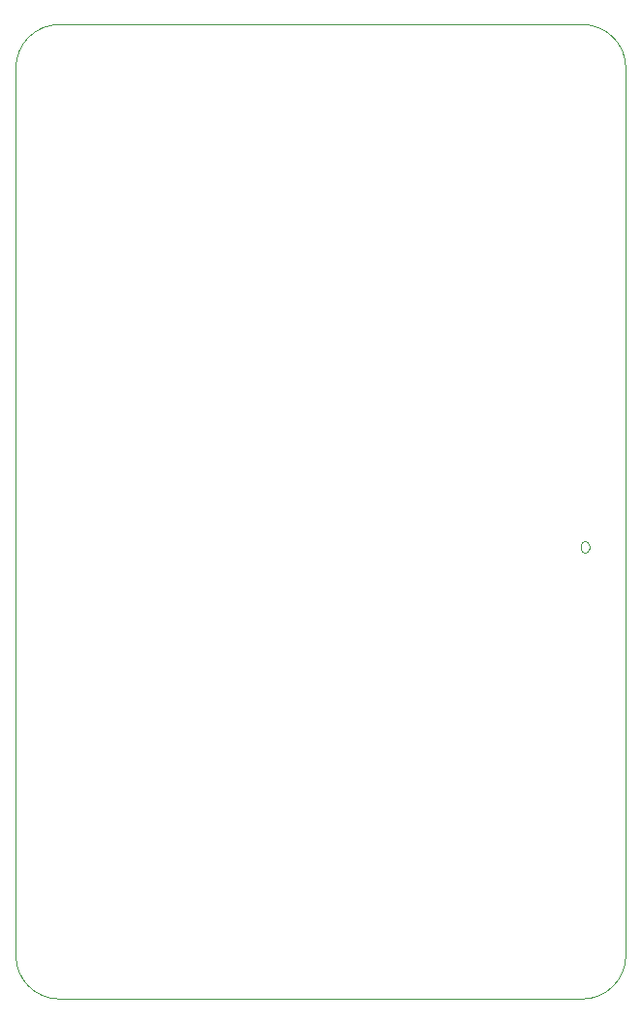
<source format=gbr>
%TF.GenerationSoftware,KiCad,Pcbnew,7.0.10*%
%TF.CreationDate,2024-02-12T03:45:48-06:00*%
%TF.ProjectId,HUB75-FPGA-Card,48554237-352d-4465-9047-412d43617264,rev?*%
%TF.SameCoordinates,Original*%
%TF.FileFunction,Profile,NP*%
%FSLAX46Y46*%
G04 Gerber Fmt 4.6, Leading zero omitted, Abs format (unit mm)*
G04 Created by KiCad (PCBNEW 7.0.10) date 2024-02-12 03:45:48*
%MOMM*%
%LPD*%
G01*
G04 APERTURE LIST*
%TA.AperFunction,Profile*%
%ADD10C,0.100000*%
%TD*%
%TA.AperFunction,Profile*%
%ADD11C,0.010000*%
%TD*%
G04 APERTURE END LIST*
D10*
X87630000Y-128905000D02*
X87630000Y-51435000D01*
X140970000Y-51435000D02*
X140970000Y-128905000D01*
X91440000Y-47625000D02*
X137160000Y-47625000D01*
X87630000Y-128905000D02*
G75*
G03*
X91440000Y-132715000I3810000J0D01*
G01*
X91440000Y-47625000D02*
G75*
G03*
X87630000Y-51435000I0J-3810000D01*
G01*
X140970000Y-51435000D02*
G75*
G03*
X137160000Y-47625000I-3810000J0D01*
G01*
X137160000Y-132715000D02*
X91440000Y-132715000D01*
X137160000Y-132715000D02*
G75*
G03*
X140970000Y-128905000I0J3810000D01*
G01*
D11*
%TO.C,J10*%
X137063500Y-93432000D02*
X137063500Y-93132000D01*
X137773500Y-93132000D02*
X137773500Y-93432000D01*
X137063500Y-93432000D02*
G75*
G03*
X137418500Y-93787000I355000J0D01*
G01*
X137418500Y-93787000D02*
G75*
G03*
X137773500Y-93432000I0J355000D01*
G01*
X137418500Y-92777000D02*
G75*
G03*
X137063500Y-93132000I0J-355000D01*
G01*
X137773500Y-93132000D02*
G75*
G03*
X137418500Y-92777000I-355000J0D01*
G01*
%TD*%
M02*

</source>
